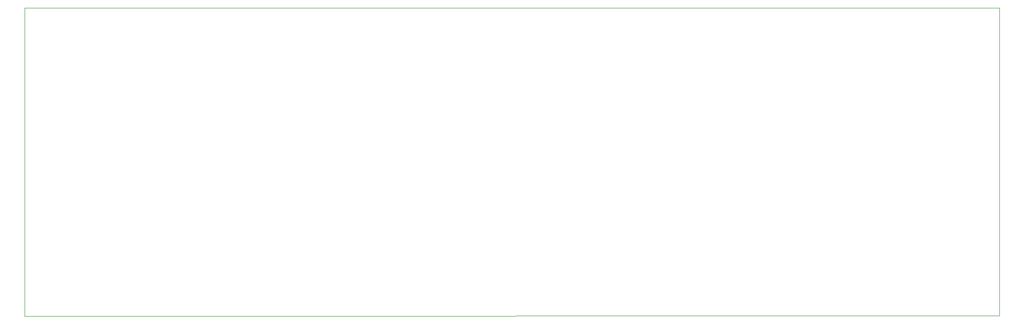
<source format=gbr>
%TF.GenerationSoftware,KiCad,Pcbnew,9.0.2*%
%TF.CreationDate,2025-05-27T01:48:19-04:00*%
%TF.ProjectId,JF-Clock_template_rpi,4a462d43-6c6f-4636-9b5f-74656d706c61,rev?*%
%TF.SameCoordinates,Original*%
%TF.FileFunction,Profile,NP*%
%FSLAX46Y46*%
G04 Gerber Fmt 4.6, Leading zero omitted, Abs format (unit mm)*
G04 Created by KiCad (PCBNEW 9.0.2) date 2025-05-27 01:48:19*
%MOMM*%
%LPD*%
G01*
G04 APERTURE LIST*
%TA.AperFunction,Profile*%
%ADD10C,0.100000*%
%TD*%
G04 APERTURE END LIST*
D10*
X83350000Y-79250000D02*
X235300000Y-79250000D01*
X261050000Y-79250000D02*
X261050000Y-135450000D01*
X83350000Y-135500000D02*
X83350000Y-79250000D01*
X235300000Y-79250000D02*
X261050000Y-79250000D01*
X261050000Y-135450000D02*
X83350000Y-135500000D01*
M02*

</source>
